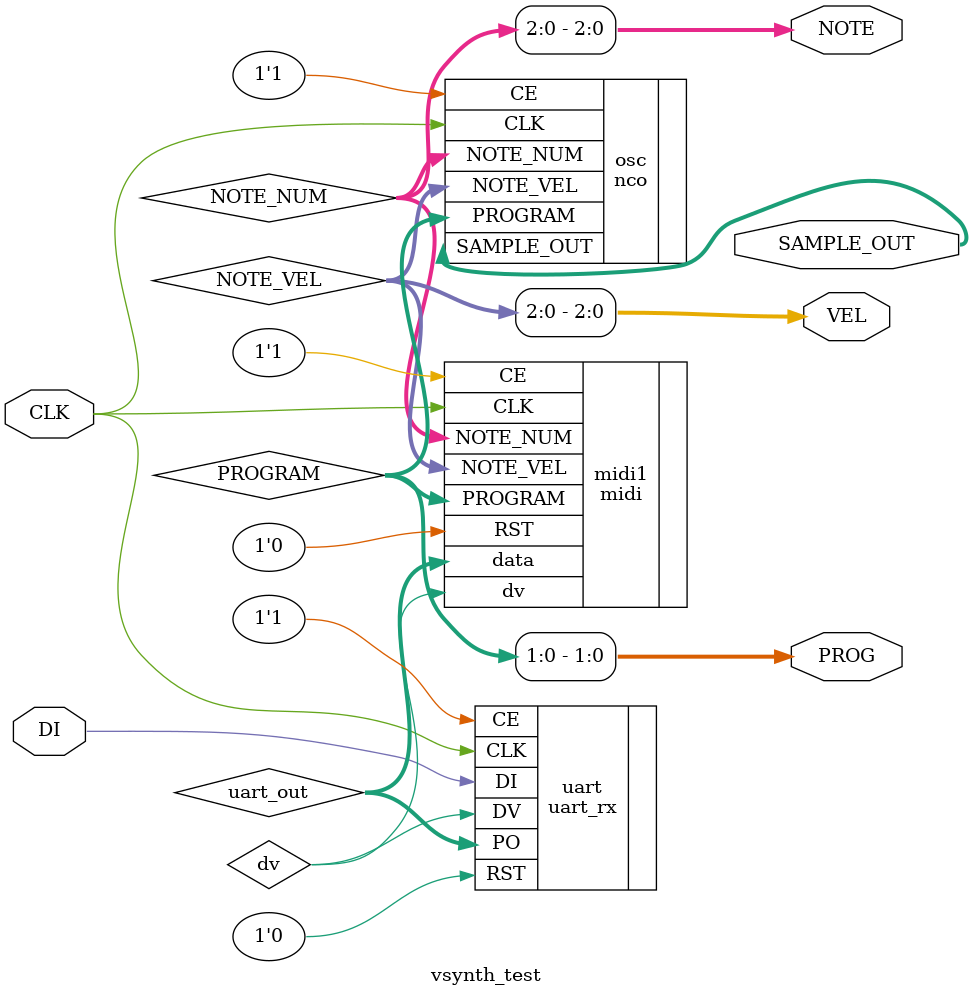
<source format=v>
module vsynth_test (
	input CLK,
	input DI,
	output [2:0] NOTE,
	output [2:0] VEL,
	output [1:0] PROG,
	output [7:0] SAMPLE_OUT
);

wire dv;
wire [7:0] uart_out;

wire [6:0] NOTE_NUM;
wire [6:0] NOTE_VEL;
wire [6:0] PROGRAM;

assign NOTE = NOTE_NUM[2:0];
assign VEL = NOTE_VEL[2:0];
assign PROG = PROGRAM[1:0];

uart_rx uart (
	.CLK(CLK),
	.CE(1'd1),
	.RST(1'd0),
	.DI(DI),
	.DV(dv),
	.PO(uart_out)
);

midi midi1(
	.CLK(CLK),
	.CE(1'd1),
	.RST(1'd0),
	.data(uart_out),
	.dv(dv),
	.NOTE_NUM(NOTE_NUM),
	.NOTE_VEL(NOTE_VEL),
	.PROGRAM(PROGRAM)
);


nco osc (
	.CLK(CLK),
	.CE(1'd1),
	.NOTE_NUM(NOTE_NUM),
	.NOTE_VEL(NOTE_VEL),
	.PROGRAM(PROGRAM),
	.SAMPLE_OUT(SAMPLE_OUT)
);

endmodule
</source>
